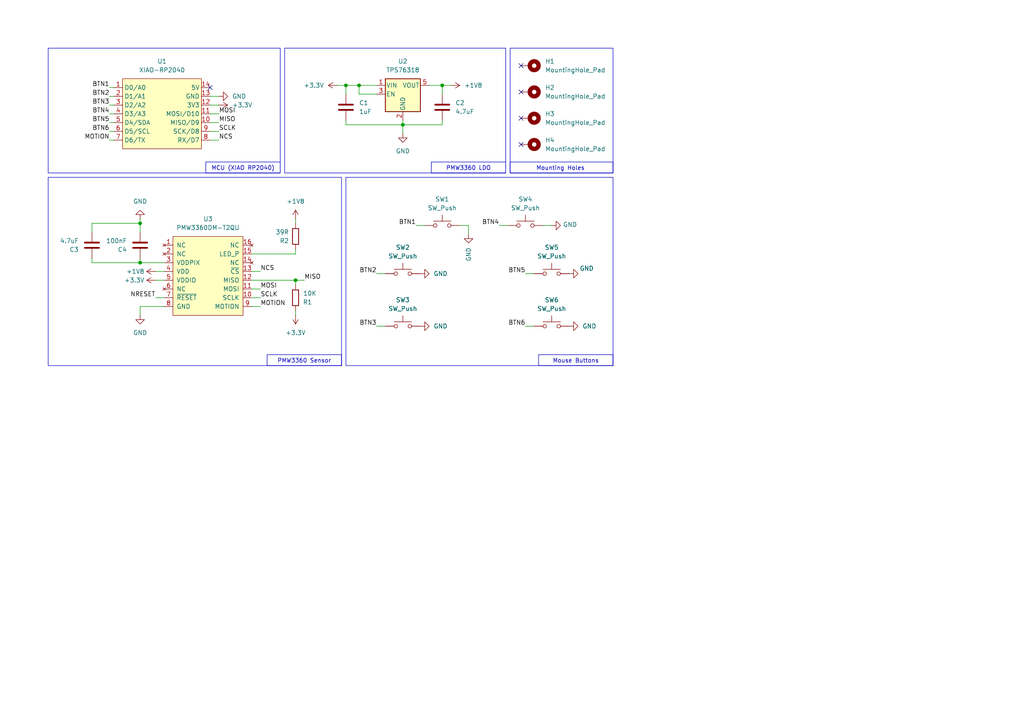
<source format=kicad_sch>
(kicad_sch (version 20231120) (generator "eeschema") (generator_version "8.0")
  (paper "A4")
  (title_block (title "LT6C") (date "2025-01-21") (rev "v1.00") (company "LambdaKB.dev") (comment 1 "https://lambdakb.dev/devices/lt6c/"))
  (lib_symbols
    (symbol "Device:C" (pin_numbers hide) (pin_names (offset 0.254))
      (property "Reference" "C" (at 0.635 2.54 0))
      (property "Value" "C" (at 0.635 -2.54 0))
      (symbol "C_0_1"
        (polyline (pts (xy -2.032 -0.762) (xy 2.032 -0.762)) (stroke (width 0.508)))
        (polyline (pts (xy -2.032 0.762) (xy 2.032 0.762)) (stroke (width 0.508)))
      )
      (symbol "C_1_1"
        (pin passive line (at 0 3.81 270) (length 2.794) (name "~") (number "1"))
        (pin passive line (at 0 -3.81 90) (length 2.794) (name "~") (number "2"))
      )
    )
    (symbol "LKBD_MCU:XIAO-RP2040"
      (property "Reference" "U" (at 0 12.446 0))
      (property "Value" "XIAO-RP2040" (at 0 -12.446 0))
      (symbol "XIAO-RP2040_0_1"
        (rectangle (start -11.43 10.16) (end 11.43 -10.16) (fill (type background)))
      )
      (symbol "XIAO-RP2040_1_1"
        (pin bidirectional line (at -13.97 7.62 0) (length 2.54) (name "D0/A0") (number "1"))
        (pin bidirectional line (at 13.97 -2.54 180) (length 2.54) (name "MISO/D9") (number "10"))
        (pin bidirectional line (at 13.97 0 180) (length 2.54) (name "MOSI/D10") (number "11"))
        (pin power_in line (at 13.97 2.54 180) (length 2.54) (name "3V3") (number "12"))
        (pin power_in line (at 13.97 5.08 180) (length 2.54) (name "GND") (number "13"))
        (pin power_in line (at 13.97 7.62 180) (length 2.54) (name "5V") (number "14"))
        (pin bidirectional line (at -13.97 5.08 0) (length 2.54) (name "D1/A1") (number "2"))
        (pin bidirectional line (at -13.97 2.54 0) (length 2.54) (name "D2/A2") (number "3"))
        (pin bidirectional line (at -13.97 0 0) (length 2.54) (name "D3/A3") (number "4"))
        (pin bidirectional line (at -13.97 -2.54 0) (length 2.54) (name "D4/SDA") (number "5"))
        (pin bidirectional line (at -13.97 -5.08 0) (length 2.54) (name "D5/SCL") (number "6"))
        (pin bidirectional line (at -13.97 -7.62 0) (length 2.54) (name "D6/TX") (number "7"))
        (pin bidirectional line (at 13.97 -7.62 180) (length 2.54) (name "RX/D7") (number "8"))
        (pin bidirectional line (at 13.97 -5.08 180) (length 2.54) (name "SCK/D8") (number "9"))
      )
    )
    (symbol "LKBD_OpticalSensor:PMW3360DM-T2QU" (pin_names (offset 1.016))
      (property "Reference" "U" (at 0 13.97 0))
      (property "Value" "PMW3360DM-T2QU" (at 0 -13.716 0))
      (symbol "PMW3360DM-T2QU_0_1"
        (rectangle (start -10.16 11.43) (end 10.16 -11.43) (fill (type background)))
      )
      (symbol "PMW3360DM-T2QU_1_1"
        (pin no_connect line (at -12.7 8.89 0) (length 2.54) (name "NC") (number "1"))
        (pin input line (at 12.7 -6.35 180) (length 2.54) (name "SCLK") (number "10"))
        (pin input line (at 12.7 -3.81 180) (length 2.54) (name "MOSI") (number "11"))
        (pin output line (at 12.7 -1.27 180) (length 2.54) (name "MISO") (number "12"))
        (pin input line (at 12.7 1.27 180) (length 2.54) (name "~{CS}") (number "13"))
        (pin no_connect line (at 12.7 3.81 180) (length 2.54) (name "NC") (number "14"))
        (pin input line (at 12.7 6.35 180) (length 2.54) (name "LED_P") (number "15"))
        (pin no_connect line (at 12.7 8.89 180) (length 2.54) (name "NC") (number "16"))
        (pin no_connect line (at -12.7 6.35 0) (length 2.54) (name "NC") (number "2"))
        (pin power_out line (at -12.7 3.81 0) (length 2.54) (name "VDDPIX") (number "3"))
        (pin power_in line (at -12.7 1.27 0) (length 2.54) (name "VDD") (number "4"))
        (pin power_in line (at -12.7 -1.27 0) (length 2.54) (name "VDDIO") (number "5"))
        (pin no_connect line (at -12.7 -3.81 0) (length 2.54) (name "NC") (number "6"))
        (pin input line (at -12.7 -6.35 0) (length 2.54) (name "~{RESET}") (number "7"))
        (pin power_in line (at -12.7 -8.89 0) (length 2.54) (name "GND") (number "8"))
        (pin output line (at 12.7 -8.89 180) (length 2.54) (name "MOTION") (number "9"))
      )
    )
    (symbol "Mechanical:MountingHole_Pad" (pin_numbers hide) (pin_names (offset 1.016) hide) (exclude_from_sim yes) (in_bom no)
      (property "Reference" "H" (at 0 6.35 0))
      (property "Value" "MountingHole_Pad" (at 0 4.445 0))
      (symbol "MountingHole_Pad_0_1"
        (circle (center 0 1.27) (radius 1.27) (stroke (width 1.27)))
      )
      (symbol "MountingHole_Pad_1_1"
        (pin input line (at 0 -2.54 90) (length 2.54) (name "1") (number "1"))
      )
    )
    (symbol "PCM_SL_Resistors:Resistor"
      (property "Reference" "R" (at 0 5.08 0))
      (property "Value" "Resistor" (at 0 2.54 0))
      (symbol "Resistor_0_1"
        (rectangle (start -2.286 0.889) (end 2.286 -0.889) (stroke (width 0.24)))
      )
      (symbol "Resistor_1_1"
        (pin passive line (at -3.81 0 0) (length 1.5) (name "") (number "1"))
        (pin passive line (at 3.81 0 180) (length 1.5) (name "~") (number "2"))
      )
    )
    (symbol "Regulator_Linear:TPS76318" (pin_names (offset 0.254))
      (property "Reference" "U" (at -3.81 5.715 0))
      (property "Value" "TPS76318" (at 0 5.715 0))
      (symbol "TPS76318_0_1"
        (rectangle (start -5.08 4.445) (end 5.08 -5.08) (stroke (width 0.254)) (fill (type background)))
      )
      (symbol "TPS76318_1_1"
        (pin power_in line (at -7.62 2.54 0) (length 2.54) (name "VIN") (number "1"))
        (pin power_in line (at 0 -7.62 90) (length 2.54) (name "GND") (number "2"))
        (pin input line (at -7.62 0 0) (length 2.54) (name "EN") (number "3"))
        (pin no_connect line (at 5.08 0 180) (length 2.54) hide (name "NC") (number "4"))
        (pin power_out line (at 7.62 2.54 180) (length 2.54) (name "VOUT") (number "5"))
      )
    )
    (symbol "Switch:SW_Push" (pin_numbers hide) (pin_names (offset 1.016) hide)
      (property "Reference" "SW" (at 1.27 2.54 0))
      (property "Value" "SW_Push" (at 0 -1.524 0))
      (symbol "SW_Push_0_1"
        (circle (center -2.032 0) (radius 0.508))
        (polyline (pts (xy 0 1.27) (xy 0 3.048)))
        (polyline (pts (xy 2.54 1.27) (xy -2.54 1.27)))
        (circle (center 2.032 0) (radius 0.508))
        (pin passive line (at -5.08 0 0) (length 2.54) (name "1") (number "1"))
        (pin passive line (at 5.08 0 180) (length 2.54) (name "2") (number "2"))
      )
    )
    (symbol "power:+1V8" (power) (pin_numbers hide) (pin_names (offset 0) hide)
      (property "Value" "+1V8" (at 0 3.556 0))
      (symbol "+1V8_0_1"
        (polyline (pts (xy -0.762 1.27) (xy 0 2.54)))
        (polyline (pts (xy 0 0) (xy 0 2.54)))
        (polyline (pts (xy 0 2.54) (xy 0.762 1.27)))
      )
      (symbol "+1V8_1_1"
        (pin power_in line (at 0 0 90) (length 0) (name "~") (number "1"))
      )
    )
    (symbol "power:+3.3V" (power) (pin_numbers hide) (pin_names (offset 0) hide)
      (property "Value" "+3.3V" (at 0 3.556 0))
      (symbol "+3.3V_0_1"
        (polyline (pts (xy -0.762 1.27) (xy 0 2.54)))
        (polyline (pts (xy 0 0) (xy 0 2.54)))
        (polyline (pts (xy 0 2.54) (xy 0.762 1.27)))
      )
      (symbol "+3.3V_1_1"
        (pin power_in line (at 0 0 90) (length 0) (name "~") (number "1"))
      )
    )
    (symbol "power:GND" (power) (pin_numbers hide) (pin_names (offset 0) hide)
      (property "Value" "GND" (at 0 -3.81 0))
      (symbol "GND_0_1"
        (polyline (pts (xy 0 0) (xy 0 -1.27) (xy 1.27 -1.27) (xy 0 -2.54) (xy -1.27 -1.27) (xy 0 -1.27)))
      )
      (symbol "GND_1_1"
        (pin power_in line (at 0 0 270) (length 0) (name "~") (number "1"))
      )
    )
  )
  (junction (at 100.33 24.765))
  (junction (at 40.64 64.77))
  (junction (at 40.64 76.2))
  (junction (at 104.14 24.765))
  (junction (at 128.27 24.765))
  (junction (at 85.725 81.28))
  (junction (at 116.84 36.195))
  (no_connect (at 151.13 19.05))
  (no_connect (at 151.13 26.67))
  (no_connect (at 151.13 41.91))
  (no_connect (at 60.96 25.4))
  (no_connect (at 151.13 34.29))
  (wire (pts (xy 128.27 24.765) (xy 130.81 24.765)))
  (wire (pts (xy 116.84 34.925) (xy 116.84 36.195)))
  (wire (pts (xy 85.725 81.28) (xy 88.265 81.28)))
  (wire (pts (xy 109.22 27.305) (xy 104.14 27.305)))
  (wire (pts (xy 128.27 24.765) (xy 128.27 27.305)))
  (wire (pts (xy 100.33 34.925) (xy 100.33 36.195)))
  (wire (pts (xy 40.64 91.44) (xy 40.64 88.9)))
  (wire (pts (xy 73.025 81.28) (xy 85.725 81.28)))
  (wire (pts (xy 85.725 72.39) (xy 85.725 73.66)))
  (wire (pts (xy 85.725 64.77) (xy 85.725 63.5)))
  (wire (pts (xy 45.085 86.36) (xy 47.625 86.36)))
  (wire (pts (xy 85.725 81.28) (xy 85.725 82.55)))
  (wire (pts (xy 75.565 78.74) (xy 73.025 78.74)))
  (wire (pts (xy 63.5 27.94) (xy 60.96 27.94)))
  (wire (pts (xy 97.79 24.765) (xy 100.33 24.765)))
  (wire (pts (xy 45.085 78.74) (xy 47.625 78.74)))
  (wire (pts (xy 26.67 67.31) (xy 26.67 64.77)))
  (wire (pts (xy 109.22 94.615) (xy 111.76 94.615)))
  (wire (pts (xy 63.5 38.1) (xy 60.96 38.1)))
  (wire (pts (xy 109.22 24.765) (xy 104.14 24.765)))
  (wire (pts (xy 100.33 24.765) (xy 100.33 27.305)))
  (wire (pts (xy 40.64 63.5) (xy 40.64 64.77)))
  (wire (pts (xy 31.75 27.94) (xy 33.02 27.94)))
  (wire (pts (xy 160.02 65.405) (xy 157.48 65.405)))
  (wire (pts (xy 63.5 40.64) (xy 60.96 40.64)))
  (wire (pts (xy 135.89 65.405) (xy 133.35 65.405)))
  (wire (pts (xy 63.5 30.48) (xy 60.96 30.48)))
  (wire (pts (xy 104.14 27.305) (xy 104.14 24.765)))
  (wire (pts (xy 40.64 74.93) (xy 40.64 76.2)))
  (wire (pts (xy 31.75 35.56) (xy 33.02 35.56)))
  (wire (pts (xy 31.75 40.64) (xy 33.02 40.64)))
  (wire (pts (xy 152.4 94.615) (xy 154.94 94.615)))
  (wire (pts (xy 120.65 65.405) (xy 123.19 65.405)))
  (wire (pts (xy 40.64 88.9) (xy 47.625 88.9)))
  (wire (pts (xy 26.67 76.2) (xy 40.64 76.2)))
  (wire (pts (xy 100.33 36.195) (xy 116.84 36.195)))
  (wire (pts (xy 144.78 65.405) (xy 147.32 65.405)))
  (wire (pts (xy 63.5 35.56) (xy 60.96 35.56)))
  (wire (pts (xy 116.84 36.195) (xy 128.27 36.195)))
  (wire (pts (xy 31.75 30.48) (xy 33.02 30.48)))
  (wire (pts (xy 135.89 65.405) (xy 135.89 67.945)))
  (wire (pts (xy 26.67 76.2) (xy 26.67 74.93)))
  (wire (pts (xy 152.4 79.375) (xy 154.94 79.375)))
  (wire (pts (xy 40.64 67.31) (xy 40.64 64.77)))
  (wire (pts (xy 63.5 33.02) (xy 60.96 33.02)))
  (wire (pts (xy 75.565 83.82) (xy 73.025 83.82)))
  (wire (pts (xy 124.46 24.765) (xy 128.27 24.765)))
  (wire (pts (xy 85.725 91.44) (xy 85.725 90.17)))
  (wire (pts (xy 104.14 24.765) (xy 100.33 24.765)))
  (wire (pts (xy 31.75 33.02) (xy 33.02 33.02)))
  (wire (pts (xy 109.22 79.375) (xy 111.76 79.375)))
  (wire (pts (xy 75.565 88.9) (xy 73.025 88.9)))
  (wire (pts (xy 85.725 73.66) (xy 73.025 73.66)))
  (wire (pts (xy 26.67 64.77) (xy 40.64 64.77)))
  (wire (pts (xy 45.085 81.28) (xy 47.625 81.28)))
  (wire (pts (xy 40.64 76.2) (xy 47.625 76.2)))
  (wire (pts (xy 31.75 38.1) (xy 33.02 38.1)))
  (wire (pts (xy 116.84 36.195) (xy 116.84 38.735)))
  (wire (pts (xy 128.27 34.925) (xy 128.27 36.195)))
  (wire (pts (xy 75.565 86.36) (xy 73.025 86.36)))
  (wire (pts (xy 31.75 25.4) (xy 33.02 25.4)))
  (rectangle (start 147.955 46.99) (end 177.8 50.165))
  (rectangle (start 13.97 51.435) (end 99.06 106.045))
  (rectangle (start 59.69 46.99) (end 81.28 50.165))
  (rectangle (start 77.47 102.87) (end 99.06 106.045))
  (rectangle (start 100.33 51.435) (end 177.8 106.045))
  (rectangle (start 156.21 102.87) (end 177.8 106.045))
  (rectangle (start 82.55 13.97) (end 146.685 50.165))
  (rectangle (start 147.955 13.97) (end 177.8 50.165))
  (rectangle (start 125.095 46.99) (end 146.685 50.165))
  (rectangle (start 13.97 13.97) (end 81.28 50.165))
  (text "PMW3360 LDO" (at 135.89 48.895 0) (effects (font (size 1.2 1.2))))
  (text "Mounting Holes" (at 162.56 48.895 0) (effects (font (size 1.2 1.2))))
  (text "PMW3360 Sensor" (at 88.265 104.775 0) (effects (font (size 1.2 1.2))))
  (text "MCU (XIAO RP2040)\n" (at 70.485 48.895 0) (effects (font (size 1.2 1.2))))
  (text "Mouse Buttons" (at 167.005 104.775 0) (effects (font (size 1.2 1.2))))
  (label "BTN2" (at 31.75 27.94 180))
  (label "BTN3" (at 109.22 94.615 180))
  (label "BTN5" (at 152.4 79.375 180))
  (label "NCS" (at 75.565 78.74 0))
  (label "BTN4" (at 31.75 33.02 180))
  (label "NRESET" (at 45.085 86.36 180))
  (label "MOSI" (at 63.5 33.02 0))
  (label "BTN2" (at 109.22 79.375 180))
  (label "MOTION" (at 75.565 88.9 0))
  (label "BTN5" (at 31.75 35.56 180))
  (label "BTN3" (at 31.75 30.48 180))
  (label "NCS" (at 63.5 40.64 0))
  (label "MISO" (at 88.265 81.28 0))
  (label "BTN4" (at 144.78 65.405 180))
  (label "BTN1" (at 120.65 65.405 180))
  (label "BTN6" (at 152.4 94.615 180))
  (label "MOSI" (at 75.565 83.82 0))
  (label "MOTION" (at 31.75 40.64 180))
  (label "SCLK" (at 75.565 86.36 0))
  (label "MISO" (at 63.5 35.56 0))
  (label "BTN1" (at 31.75 25.4 180))
  (label "BTN6" (at 31.75 38.1 180))
  (label "SCLK" (at 63.5 38.1 0))
  (symbol (lib_id "power:+1V8") (at 130.81 24.765 270) (unit 1)
    (property "Reference" "#PWR06" (effects (hide yes)))
    (property "Value" "+1V8" (at 134.62 24.7649 90) (effects (justify left)))
    (property "Description" "Power symbol creates a global label with name \"+1V8\"" (effects (hide yes)))
  )
  (symbol (lib_id "Device:C") (at 26.67 71.12 0) (unit 1)
    (property "Reference" "C3" (at 22.86 72.3901 0) (effects (justify right)))
    (property "Value" "4.7uF" (at 22.86 69.8501 0) (effects (justify right)))
    (property "Footprint" "Capacitor_SMD:C_0805_2012Metric_Pad1.18x1.45mm_HandSolder" (effects (hide yes)))
    (property "Description" "Unpolarized capacitor" (effects (hide yes)))
    (property "JLC" "0805" (effects (hide yes)))
    (property "LCSC" "C1779" (effects (hide yes)))
  )
  (symbol (lib_id "power:+1V8") (at 85.725 63.5 0) (unit 1)
    (property "Reference" "#PWR07" (effects (hide yes)))
    (property "Value" "+1V8" (at 85.725 58.42 0))
    (property "Description" "Power symbol creates a global label with name \"+1V8\"" (effects (hide yes)))
  )
  (symbol (lib_id "power:+1V8") (at 45.085 78.74 90) (unit 1)
    (property "Reference" "#PWR09" (effects (hide yes)))
    (property "Value" "+1V8" (at 41.91 78.7399 90) (effects (justify left)))
    (property "Description" "Power symbol creates a global label with name \"+1V8\"" (effects (hide yes)))
  )
  (symbol (lib_id "power:GND") (at 121.92 79.375 90) (unit 1)
    (property "Reference" "#PWR025" (effects (hide yes)))
    (property "Value" "GND" (at 125.73 79.3749 90) (effects (justify right)))
    (property "Description" "Power symbol creates a global label with name \"GND\" , ground" (effects (hide yes)))
  )
  (symbol (lib_id "Mechanical:MountingHole_Pad") (at 153.67 19.05 270) (unit 1) (exclude_from_sim yes) (in_bom no)
    (property "Reference" "H1" (at 158.115 17.7799 90) (effects (justify left)))
    (property "Value" "MountingHole_Pad" (at 158.115 20.3199 90) (effects (justify left)))
    (property "Footprint" "MountingHole:MountingHole_2.2mm_M2_ISO14580_Pad" (effects (hide yes)))
    (property "Description" "Mounting Hole with connection" (effects (hide yes)))
  )
  (symbol (lib_id "power:GND") (at 165.1 79.375 90) (unit 1)
    (property "Reference" "#PWR030" (effects (hide yes)))
    (property "Value" "GND" (at 172.212 77.851 90) (effects (justify left)))
    (property "Description" "Power symbol creates a global label with name \"GND\" , ground" (effects (hide yes)))
  )
  (symbol (lib_id "Device:C") (at 40.64 71.12 0) (unit 1)
    (property "Reference" "C4" (at 36.83 72.3901 0) (effects (justify right)))
    (property "Value" "100nF" (at 36.83 69.8501 0) (effects (justify right)))
    (property "Footprint" "Capacitor_SMD:C_0805_2012Metric_Pad1.18x1.45mm_HandSolder" (effects (hide yes)))
    (property "Description" "Unpolarized capacitor" (effects (hide yes)))
    (property "JLC" "0805" (effects (hide yes)))
    (property "LCSC" "C49678" (effects (hide yes)))
  )
  (symbol (lib_id "PCM_SL_Resistors:Resistor") (at 85.725 68.58 270) (unit 1)
    (property "Reference" "R2" (at 83.82 69.8501 90) (effects (justify right)))
    (property "Value" "39R" (at 83.82 67.3101 90) (effects (justify right)))
    (property "Footprint" "Resistor_SMD:R_0805_2012Metric_Pad1.20x1.40mm_HandSolder" (effects (hide yes)))
    (property "Description" "1/4W Resistor" (effects (hide yes)))
    (property "JLC" "0805" (effects (hide yes)))
    (property "LCSC" "C17659" (effects (hide yes)))
  )
  (symbol (lib_id "power:GND") (at 116.84 38.735 0) (unit 1)
    (property "Reference" "#PWR04" (effects (hide yes)))
    (property "Value" "GND" (at 116.84 43.815 0))
    (property "Description" "Power symbol creates a global label with name \"GND\" , ground" (effects (hide yes)))
  )
  (symbol (lib_id "power:GND") (at 63.5 27.94 90) (unit 1)
    (property "Reference" "#PWR01" (effects (hide yes)))
    (property "Value" "GND" (at 67.31 27.9399 90) (effects (justify right)))
    (property "Description" "Power symbol creates a global label with name \"GND\" , ground" (effects (hide yes)))
  )
  (symbol (lib_id "power:GND") (at 40.64 91.44 0) (unit 1)
    (property "Reference" "#PWR010" (effects (hide yes)))
    (property "Value" "GND" (at 40.64 96.52 0))
    (property "Description" "Power symbol creates a global label with name \"GND\" , ground" (effects (hide yes)))
  )
  (symbol (lib_id "Switch:SW_Push") (at 160.02 79.375 0) (unit 1)
    (property "Reference" "SW5" (at 160.02 71.755 0))
    (property "Value" "SW_Push" (at 160.02 74.295 0))
    (property "Footprint" "LKBD_MicroSwitch:SW_D2LS_OMR" (effects (hide yes)))
    (property "Description" "Push button switch, generic, two pins" (effects (hide yes)))
    (property "JLC" "D2LS" (effects (hide yes)))
    (property "LCSC" "C3823622" (effects (hide yes)))
  )
  (symbol (lib_id "LKBD_MCU:XIAO-RP2040") (at 46.99 33.02 0) (unit 1)
    (property "Reference" "U1" (at 46.99 17.78 0))
    (property "Value" "XIAO-RP2040" (at 46.99 20.32 0))
    (property "Footprint" "LKBD_MCU:MCU_XIAO-RP2040" (effects (hide yes)))
    (property "Datasheet" "https://wiki.seeedstudio.com/XIAO-RP2040/" (effects (hide yes)))
  )
  (symbol (lib_id "Switch:SW_Push") (at 116.84 79.375 0) (unit 1)
    (property "Reference" "SW2" (at 116.84 71.755 0))
    (property "Value" "SW_Push" (at 116.84 74.295 0))
    (property "Footprint" "LKBD_MicroSwitch:SW_D2LS_OMR" (effects (hide yes)))
    (property "Description" "Push button switch, generic, two pins" (effects (hide yes)))
    (property "JLC" "D2LS" (effects (hide yes)))
    (property "LCSC" "C3823622" (effects (hide yes)))
  )
  (symbol (lib_id "Switch:SW_Push") (at 160.02 94.615 0) (unit 1)
    (property "Reference" "SW6" (at 160.02 86.995 0))
    (property "Value" "SW_Push" (at 160.02 89.535 0))
    (property "Footprint" "LKBD_MicroSwitch:SW_D2LS_OMR" (effects (hide yes)))
    (property "Description" "Push button switch, generic, two pins" (effects (hide yes)))
    (property "JLC" "D2LS" (effects (hide yes)))
    (property "LCSC" "C3823622" (effects (hide yes)))
  )
  (symbol (lib_id "PCM_SL_Resistors:Resistor") (at 85.725 86.36 270) (unit 1)
    (property "Reference" "R1" (at 90.551 87.63 90) (effects (justify right)))
    (property "Value" "10K" (at 91.821 85.09 90) (effects (justify right)))
    (property "Footprint" "Resistor_SMD:R_0805_2012Metric_Pad1.20x1.40mm_HandSolder" (effects (hide yes)))
    (property "Description" "1/4W Resistor" (effects (hide yes)))
    (property "JLC" "0805" (effects (hide yes)))
    (property "LCSC" "C17414" (effects (hide yes)))
  )
  (symbol (lib_id "power:+3.3V") (at 97.79 24.765 90) (unit 1)
    (property "Reference" "#PWR02" (effects (hide yes)))
    (property "Value" "+3.3V" (at 93.98 24.7649 90) (effects (justify left)))
    (property "Description" "Power symbol creates a global label with name \"+3.3V\"" (effects (hide yes)))
  )
  (symbol (lib_id "Device:C") (at 100.33 31.115 180) (unit 1)
    (property "Reference" "C1" (at 104.14 29.8449 0) (effects (justify right)))
    (property "Value" "1uF" (at 104.14 32.3849 0) (effects (justify right)))
    (property "Footprint" "Capacitor_SMD:C_0805_2012Metric_Pad1.18x1.45mm_HandSolder" (effects (hide yes)))
    (property "Description" "Unpolarized capacitor" (effects (hide yes)))
    (property "JLC" "0805" (effects (hide yes)))
    (property "LCSC" "C28323" (effects (hide yes)))
  )
  (symbol (lib_id "power:GND") (at 165.1 94.615 90) (unit 1)
    (property "Reference" "#PWR023" (effects (hide yes)))
    (property "Value" "GND" (at 168.91 94.6149 90) (effects (justify right)))
    (property "Description" "Power symbol creates a global label with name \"GND\" , ground" (effects (hide yes)))
  )
  (symbol (lib_id "Mechanical:MountingHole_Pad") (at 153.67 26.67 270) (unit 1) (exclude_from_sim yes) (in_bom no)
    (property "Reference" "H2" (at 158.115 25.3999 90) (effects (justify left)))
    (property "Value" "MountingHole_Pad" (at 158.115 27.9399 90) (effects (justify left)))
    (property "Footprint" "MountingHole:MountingHole_2.2mm_M2_ISO14580_Pad" (effects (hide yes)))
    (property "Description" "Mounting Hole with connection" (effects (hide yes)))
  )
  (symbol (lib_id "Regulator_Linear:TPS76318") (at 116.84 27.305 0) (unit 1)
    (property "Reference" "U2" (at 116.84 17.78 0))
    (property "Value" "TPS76318" (at 116.84 20.32 0))
    (property "Footprint" "Package_TO_SOT_SMD:SOT-23-5" (effects (hide yes)))
    (property "Datasheet" "http://www.ti.com/lit/ds/symlink/tps763.pdf" (effects (hide yes)))
    (property "Description" "Low power 150mA LDO 1.8V fixed output voltage, SOT-23-5" (effects (hide yes)))
    (property "JLC" "SOT-23-5" (effects (hide yes)))
    (property "LCSC" "C7099" (effects (hide yes)))
  )
  (symbol (lib_id "power:GND") (at 135.89 67.945 0) (unit 1)
    (property "Reference" "#PWR024" (effects (hide yes)))
    (property "Value" "GND" (at 135.8901 71.755 90) (effects (justify right)))
    (property "Description" "Power symbol creates a global label with name \"GND\" , ground" (effects (hide yes)))
  )
  (symbol (lib_id "LKBD_OpticalSensor:PMW3360DM-T2QU") (at 60.325 80.01 0) (unit 1)
    (property "Reference" "U3" (at 60.325 63.5 0))
    (property "Value" "PMW3360DM-T2QU" (at 60.325 66.04 0))
    (property "Footprint" "LKBD_OpticalSensor:PMW3360DM-T2QU" (effects (hide yes)))
    (property "Datasheet" "https://www.epsglobal.com/Media-Library/EPSGlobal/Products/files/pixart/PMW3360DM-T2QU.pdf" (effects (hide yes)))
    (property "JLC" "DIP-16" (effects (hide yes)))
    (property "LCSC" "C20612443" (effects (hide yes)))
  )
  (symbol (lib_id "Mechanical:MountingHole_Pad") (at 153.67 41.91 270) (unit 1) (exclude_from_sim yes) (in_bom no)
    (property "Reference" "H4" (at 158.115 40.6399 90) (effects (justify left)))
    (property "Value" "MountingHole_Pad" (at 158.115 43.1799 90) (effects (justify left)))
    (property "Footprint" "MountingHole:MountingHole_2.2mm_M2_ISO14580_Pad" (effects (hide yes)))
    (property "Description" "Mounting Hole with connection" (effects (hide yes)))
  )
  (symbol (lib_id "power:GND") (at 121.92 94.615 90) (unit 1)
    (property "Reference" "#PWR026" (effects (hide yes)))
    (property "Value" "GND" (at 125.73 94.6149 90) (effects (justify right)))
    (property "Description" "Power symbol creates a global label with name \"GND\" , ground" (effects (hide yes)))
  )
  (symbol (lib_id "Switch:SW_Push") (at 128.27 65.405 0) (unit 1)
    (property "Reference" "SW1" (at 128.27 57.785 0))
    (property "Value" "SW_Push" (at 128.27 60.325 0))
    (property "Footprint" "LKBD_MicroSwitch:SW_D2LS_OMR" (effects (hide yes)))
    (property "Description" "Push button switch, generic, two pins" (effects (hide yes)))
    (property "JLC" "D2LS" (effects (hide yes)))
    (property "LCSC" "C3823622" (effects (hide yes)))
  )
  (symbol (lib_id "Mechanical:MountingHole_Pad") (at 153.67 34.29 270) (unit 1) (exclude_from_sim yes) (in_bom no)
    (property "Reference" "H3" (at 158.115 33.0199 90) (effects (justify left)))
    (property "Value" "MountingHole_Pad" (at 158.115 35.5599 90) (effects (justify left)))
    (property "Footprint" "MountingHole:MountingHole_2.2mm_M2_ISO14580_Pad" (effects (hide yes)))
    (property "Description" "Mounting Hole with connection" (effects (hide yes)))
  )
  (symbol (lib_id "power:+3.3V") (at 63.5 30.48 270) (unit 1)
    (property "Reference" "#PWR03" (effects (hide yes)))
    (property "Value" "+3.3V" (at 67.31 30.4799 90) (effects (justify left)))
    (property "Description" "Power symbol creates a global label with name \"+3.3V\"" (effects (hide yes)))
  )
  (symbol (lib_id "Switch:SW_Push") (at 116.84 94.615 0) (unit 1)
    (property "Reference" "SW3" (at 116.84 86.995 0))
    (property "Value" "SW_Push" (at 116.84 89.535 0))
    (property "Footprint" "LKBD_MicroSwitch:SW_D2LS_OMR" (effects (hide yes)))
    (property "Description" "Push button switch, generic, two pins" (effects (hide yes)))
    (property "JLC" "D2LS" (effects (hide yes)))
    (property "LCSC" "C3823622" (effects (hide yes)))
  )
  (symbol (lib_id "power:+3.3V") (at 45.085 81.28 90) (unit 1)
    (property "Reference" "#PWR08" (effects (hide yes)))
    (property "Value" "+3.3V" (at 41.91 81.2799 90) (effects (justify left)))
    (property "Description" "Power symbol creates a global label with name \"+3.3V\"" (effects (hide yes)))
  )
  (symbol (lib_id "power:GND") (at 40.64 63.5 0) (mirror x) (unit 1)
    (property "Reference" "#PWR011" (effects (hide yes)))
    (property "Value" "GND" (at 40.64 58.42 0))
    (property "Description" "Power symbol creates a global label with name \"GND\" , ground" (effects (hide yes)))
  )
  (symbol (lib_id "power:+3.3V") (at 85.725 91.44 180) (unit 1)
    (property "Reference" "#PWR05" (effects (hide yes)))
    (property "Value" "+3.3V" (at 85.725 96.52 0))
    (property "Description" "Power symbol creates a global label with name \"+3.3V\"" (effects (hide yes)))
  )
  (symbol (lib_id "Switch:SW_Push") (at 152.4 65.405 0) (unit 1)
    (property "Reference" "SW4" (at 152.4 57.785 0))
    (property "Value" "SW_Push" (at 152.4 60.325 0))
    (property "Footprint" "LKBD_MicroSwitch:SW_D2LS_OMR" (effects (hide yes)))
    (property "Description" "Push button switch, generic, two pins" (effects (hide yes)))
    (property "JLC" "D2LS" (effects (hide yes)))
    (property "LCSC" "C3823622" (effects (hide yes)))
  )
  (symbol (lib_id "Device:C") (at 128.27 31.115 180) (unit 1)
    (property "Reference" "C2" (at 132.08 29.8449 0) (effects (justify right)))
    (property "Value" "4.7uF" (at 132.08 32.3849 0) (effects (justify right)))
    (property "Footprint" "Capacitor_SMD:C_0805_2012Metric_Pad1.18x1.45mm_HandSolder" (effects (hide yes)))
    (property "Description" "Unpolarized capacitor" (effects (hide yes)))
    (property "JLC" "0805" (effects (hide yes)))
    (property "LCSC" "C1779" (effects (hide yes)))
  )
  (symbol (lib_id "power:GND") (at 160.02 65.405 90) (unit 1)
    (property "Reference" "#PWR031" (effects (hide yes)))
    (property "Value" "GND" (at 167.386 65.151 90) (effects (justify left)))
    (property "Description" "Power symbol creates a global label with name \"GND\" , ground" (effects (hide yes)))
  )
)
</source>
